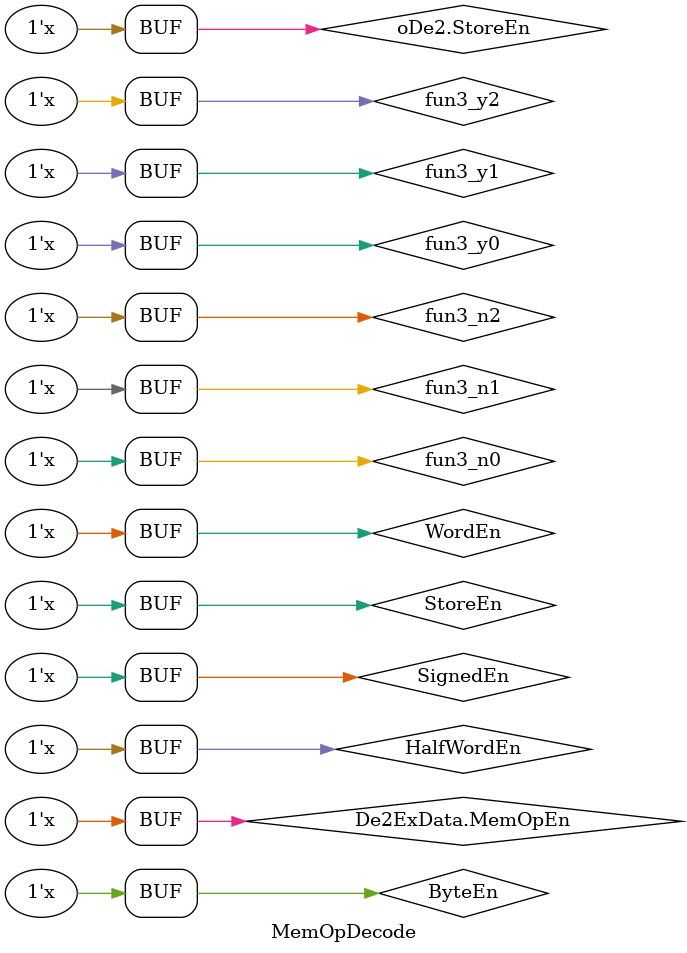
<source format=sv>
module MemOpDecode
(
  InsBitDispatchIfl.De2 iIns,
  De2Ifs.De2 oDe2,
  ExIfs.De2 De2ExData
);

  //generate Mem En
  //assign oDe2.MemEn = 1'b1;
  //generate Mem OpEn
  wire fun3_y2 =  iIns.funct3[2];
  wire fun3_n2 = !iIns.funct3[2];
  wire fun3_y1 =  iIns.funct3[1];
  wire fun3_n1 = !iIns.funct3[1];
  wire fun3_y0 =  iIns.funct3[0];
  wire fun3_n0 = !iIns.funct3[0];
  
  wire StoreEn    = iIns.op[5];
  wire WordEn     = fun3_y1; 
  wire HalfWordEn = fun3_n1 & fun3_y0;
  wire ByteEn     = fun3_n1 & fun3_n0;
  wire SignedEn   = fun3_n2;
  assign De2ExData.MemOpEn = {StoreEn,WordEn,HalfWordEn,ByteEn,SignedEn};
  assign oDe2.StoreEn = StoreEn;
endmodule

</source>
